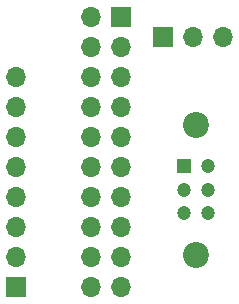
<source format=gbr>
%TF.GenerationSoftware,KiCad,Pcbnew,(6.0.5)*%
%TF.CreationDate,2022-12-09T20:35:02-05:00*%
%TF.ProjectId,Dev_Board_Adapter,4465765f-426f-4617-9264-5f4164617074,rev?*%
%TF.SameCoordinates,Original*%
%TF.FileFunction,Soldermask,Top*%
%TF.FilePolarity,Negative*%
%FSLAX46Y46*%
G04 Gerber Fmt 4.6, Leading zero omitted, Abs format (unit mm)*
G04 Created by KiCad (PCBNEW (6.0.5)) date 2022-12-09 20:35:02*
%MOMM*%
%LPD*%
G01*
G04 APERTURE LIST*
%ADD10R,1.700000X1.700000*%
%ADD11O,1.700000X1.700000*%
%ADD12C,2.200000*%
%ADD13R,1.200000X1.200000*%
%ADD14C,1.200000*%
G04 APERTURE END LIST*
D10*
%TO.C,J3*%
X129540000Y-73406000D03*
D11*
X132080000Y-73406000D03*
X134620000Y-73406000D03*
%TD*%
D12*
%TO.C,J1*%
X132350000Y-91828000D03*
X132350000Y-80828000D03*
D13*
X131350000Y-84328000D03*
D14*
X131350000Y-86328000D03*
X131350000Y-88328000D03*
X133350000Y-84328000D03*
X133350000Y-86328000D03*
X133350000Y-88328000D03*
%TD*%
D10*
%TO.C,J2*%
X125958600Y-71678800D03*
D11*
X123418600Y-71678800D03*
X125958600Y-74218800D03*
X123418600Y-74218800D03*
X125958600Y-76758800D03*
X123418600Y-76758800D03*
X125958600Y-79298800D03*
X123418600Y-79298800D03*
X125958600Y-81838800D03*
X123418600Y-81838800D03*
X125958600Y-84378800D03*
X123418600Y-84378800D03*
X125958600Y-86918800D03*
X123418600Y-86918800D03*
X125958600Y-89458800D03*
X123418600Y-89458800D03*
X125958600Y-91998800D03*
X123418600Y-91998800D03*
X125958600Y-94538800D03*
X123418600Y-94538800D03*
%TD*%
D10*
%TO.C,J4*%
X117068600Y-94538800D03*
D11*
X117068600Y-91998800D03*
X117068600Y-89458800D03*
X117068600Y-86918800D03*
X117068600Y-84378800D03*
X117068600Y-81838800D03*
X117068600Y-79298800D03*
X117068600Y-76758800D03*
%TD*%
M02*

</source>
